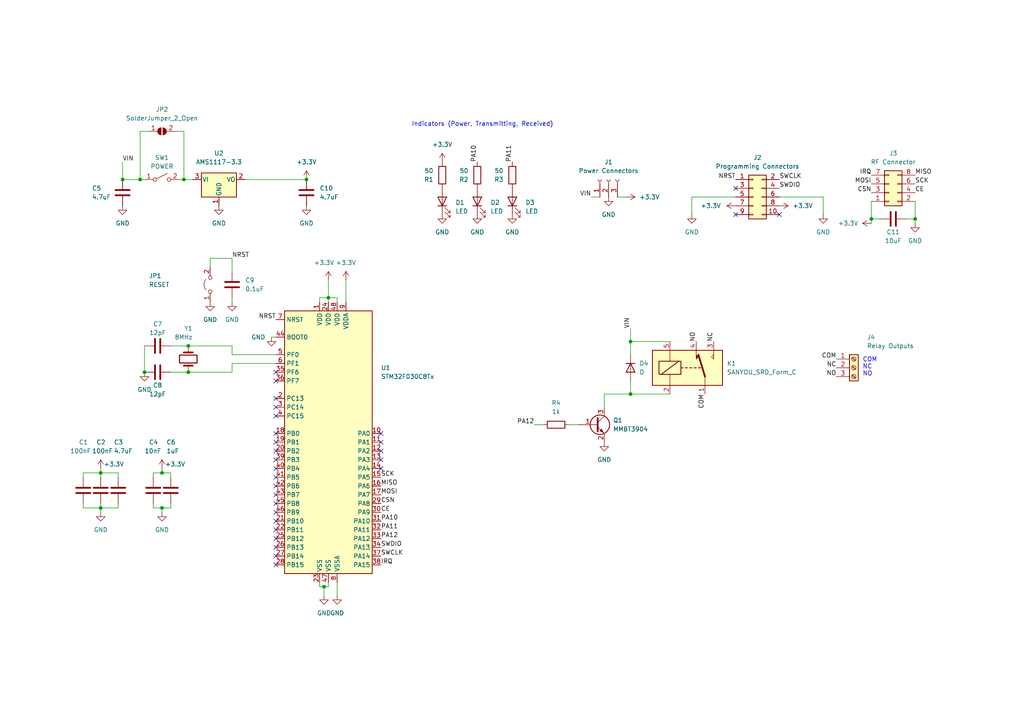
<source format=kicad_sch>
(kicad_sch (version 20211123) (generator eeschema)
  (paper "A4")
  (lib_symbols
    (symbol "Connector:Conn_01x03_Female" (pin_names (offset 1.016) hide)
      (property "Reference" "J" (at 0 5.08 0))
      (property "Value" "Conn_01x03_Female" (at 0 -5.08 0))
      (symbol "Conn_01x03_Female_1_1"
        (arc (start 0 -2.032) (mid -0.508 -2.54) (end 0 -3.048) (stroke (width 0.1524)))
        (polyline (pts (xy -1.27 -2.54) (xy -0.508 -2.54)) (stroke (width 0.1524)))
        (polyline (pts (xy -1.27 0) (xy -0.508 0)) (stroke (width 0.1524)))
        (polyline (pts (xy -1.27 2.54) (xy -0.508 2.54)) (stroke (width 0.1524)))
        (arc (start 0 0.508) (mid -0.508 0) (end 0 -0.508) (stroke (width 0.1524)))
        (arc (start 0 3.048) (mid -0.508 2.54) (end 0 2.032) (stroke (width 0.1524)))
        (pin passive line (at -5.08 2.54 0) (length 3.81) (name "Pin_1") (number "1"))
        (pin passive line (at -5.08 0 0) (length 3.81) (name "Pin_2") (number "2"))
        (pin passive line (at -5.08 -2.54 0) (length 3.81) (name "Pin_3") (number "3"))
      )
    )
    (symbol "Connector:Screw_Terminal_01x03" (pin_names (offset 1.016) hide)
      (property "Reference" "J" (at 0 5.08 0))
      (property "Value" "Screw_Terminal_01x03" (at 0 -5.08 0))
      (symbol "Screw_Terminal_01x03_1_1"
        (rectangle (start -1.27 3.81) (end 1.27 -3.81) (stroke (width 0.254)) (fill (type background)))
        (circle (center 0 -2.54) (radius 0.635) (stroke (width 0.1524)))
        (polyline (pts (xy -0.5334 -2.2098) (xy 0.3302 -3.048)) (stroke (width 0.1524)))
        (polyline (pts (xy -0.5334 0.3302) (xy 0.3302 -0.508)) (stroke (width 0.1524)))
        (polyline (pts (xy -0.5334 2.8702) (xy 0.3302 2.032)) (stroke (width 0.1524)))
        (polyline (pts (xy -0.3556 -2.032) (xy 0.508 -2.8702)) (stroke (width 0.1524)))
        (polyline (pts (xy -0.3556 0.508) (xy 0.508 -0.3302)) (stroke (width 0.1524)))
        (polyline (pts (xy -0.3556 3.048) (xy 0.508 2.2098)) (stroke (width 0.1524)))
        (circle (center 0 0) (radius 0.635) (stroke (width 0.1524)))
        (circle (center 0 2.54) (radius 0.635) (stroke (width 0.1524)))
        (pin passive line (at -5.08 2.54 0) (length 3.81) (name "Pin_1") (number "1"))
        (pin passive line (at -5.08 0 0) (length 3.81) (name "Pin_2") (number "2"))
        (pin passive line (at -5.08 -2.54 0) (length 3.81) (name "Pin_3") (number "3"))
      )
    )
    (symbol "Connector_Generic:Conn_02x04_Odd_Even" (pin_names (offset 1.016) hide)
      (property "Reference" "J" (at 1.27 5.08 0))
      (property "Value" "Conn_02x04_Odd_Even" (at 1.27 -7.62 0))
      (symbol "Conn_02x04_Odd_Even_1_1"
        (rectangle (start -1.27 -4.953) (end 0 -5.207) (stroke (width 0.1524)))
        (rectangle (start -1.27 -2.413) (end 0 -2.667) (stroke (width 0.1524)))
        (rectangle (start -1.27 0.127) (end 0 -0.127) (stroke (width 0.1524)))
        (rectangle (start -1.27 2.667) (end 0 2.413) (stroke (width 0.1524)))
        (rectangle (start -1.27 3.81) (end 3.81 -6.35) (stroke (width 0.254)) (fill (type background)))
        (rectangle (start 3.81 -4.953) (end 2.54 -5.207) (stroke (width 0.1524)))
        (rectangle (start 3.81 -2.413) (end 2.54 -2.667) (stroke (width 0.1524)))
        (rectangle (start 3.81 0.127) (end 2.54 -0.127) (stroke (width 0.1524)))
        (rectangle (start 3.81 2.667) (end 2.54 2.413) (stroke (width 0.1524)))
        (pin passive line (at -5.08 2.54 0) (length 3.81) (name "Pin_1") (number "1"))
        (pin passive line (at 7.62 2.54 180) (length 3.81) (name "Pin_2") (number "2"))
        (pin passive line (at -5.08 0 0) (length 3.81) (name "Pin_3") (number "3"))
        (pin passive line (at 7.62 0 180) (length 3.81) (name "Pin_4") (number "4"))
        (pin passive line (at -5.08 -2.54 0) (length 3.81) (name "Pin_5") (number "5"))
        (pin passive line (at 7.62 -2.54 180) (length 3.81) (name "Pin_6") (number "6"))
        (pin passive line (at -5.08 -5.08 0) (length 3.81) (name "Pin_7") (number "7"))
        (pin passive line (at 7.62 -5.08 180) (length 3.81) (name "Pin_8") (number "8"))
      )
    )
    (symbol "Connector_Generic:Conn_02x05_Odd_Even" (pin_names (offset 1.016) hide)
      (property "Reference" "J" (at 1.27 7.62 0))
      (property "Value" "Conn_02x05_Odd_Even" (at 1.27 -7.62 0))
      (symbol "Conn_02x05_Odd_Even_1_1"
        (rectangle (start -1.27 -4.953) (end 0 -5.207) (stroke (width 0.1524)))
        (rectangle (start -1.27 -2.413) (end 0 -2.667) (stroke (width 0.1524)))
        (rectangle (start -1.27 0.127) (end 0 -0.127) (stroke (width 0.1524)))
        (rectangle (start -1.27 2.667) (end 0 2.413) (stroke (width 0.1524)))
        (rectangle (start -1.27 5.207) (end 0 4.953) (stroke (width 0.1524)))
        (rectangle (start -1.27 6.35) (end 3.81 -6.35) (stroke (width 0.254)) (fill (type background)))
        (rectangle (start 3.81 -4.953) (end 2.54 -5.207) (stroke (width 0.1524)))
        (rectangle (start 3.81 -2.413) (end 2.54 -2.667) (stroke (width 0.1524)))
        (rectangle (start 3.81 0.127) (end 2.54 -0.127) (stroke (width 0.1524)))
        (rectangle (start 3.81 2.667) (end 2.54 2.413) (stroke (width 0.1524)))
        (rectangle (start 3.81 5.207) (end 2.54 4.953) (stroke (width 0.1524)))
        (pin passive line (at -5.08 5.08 0) (length 3.81) (name "Pin_1") (number "1"))
        (pin passive line (at 7.62 -5.08 180) (length 3.81) (name "Pin_10") (number "10"))
        (pin passive line (at 7.62 5.08 180) (length 3.81) (name "Pin_2") (number "2"))
        (pin passive line (at -5.08 2.54 0) (length 3.81) (name "Pin_3") (number "3"))
        (pin passive line (at 7.62 2.54 180) (length 3.81) (name "Pin_4") (number "4"))
        (pin passive line (at -5.08 0 0) (length 3.81) (name "Pin_5") (number "5"))
        (pin passive line (at 7.62 0 180) (length 3.81) (name "Pin_6") (number "6"))
        (pin passive line (at -5.08 -2.54 0) (length 3.81) (name "Pin_7") (number "7"))
        (pin passive line (at 7.62 -2.54 180) (length 3.81) (name "Pin_8") (number "8"))
        (pin passive line (at -5.08 -5.08 0) (length 3.81) (name "Pin_9") (number "9"))
      )
    )
    (symbol "Device:C" (pin_numbers hide) (pin_names (offset 0.254))
      (property "Reference" "C" (at 0.635 2.54 0))
      (property "Value" "C" (at 0.635 -2.54 0))
      (symbol "C_0_1"
        (polyline (pts (xy -2.032 -0.762) (xy 2.032 -0.762)) (stroke (width 0.508)))
        (polyline (pts (xy -2.032 0.762) (xy 2.032 0.762)) (stroke (width 0.508)))
      )
      (symbol "C_1_1"
        (pin passive line (at 0 3.81 270) (length 2.794) (name "~") (number "1"))
        (pin passive line (at 0 -3.81 90) (length 2.794) (name "~") (number "2"))
      )
    )
    (symbol "Device:Crystal" (pin_numbers hide) (pin_names (offset 1.016) hide)
      (property "Reference" "Y" (at 0 3.81 0))
      (property "Value" "Crystal" (at 0 -3.81 0))
      (symbol "Crystal_0_1"
        (rectangle (start -1.143 2.54) (end 1.143 -2.54) (stroke (width 0.3048)))
        (polyline (pts (xy -2.54 0) (xy -1.905 0)))
        (polyline (pts (xy -1.905 -1.27) (xy -1.905 1.27)) (stroke (width 0.508)))
        (polyline (pts (xy 1.905 -1.27) (xy 1.905 1.27)) (stroke (width 0.508)))
        (polyline (pts (xy 2.54 0) (xy 1.905 0)))
      )
      (symbol "Crystal_1_1"
        (pin passive line (at -3.81 0 0) (length 1.27) (name "1") (number "1"))
        (pin passive line (at 3.81 0 180) (length 1.27) (name "2") (number "2"))
      )
    )
    (symbol "Device:D" (pin_numbers hide) (pin_names (offset 1.016) hide)
      (property "Reference" "D" (at 0 2.54 0))
      (property "Value" "D" (at 0 -2.54 0))
      (symbol "D_0_1"
        (polyline (pts (xy -1.27 1.27) (xy -1.27 -1.27)) (stroke (width 0.254)))
        (polyline (pts (xy 1.27 0) (xy -1.27 0)))
        (polyline (pts (xy 1.27 1.27) (xy 1.27 -1.27) (xy -1.27 0) (xy 1.27 1.27)) (stroke (width 0.254)))
      )
      (symbol "D_1_1"
        (pin passive line (at -3.81 0 0) (length 2.54) (name "K") (number "1"))
        (pin passive line (at 3.81 0 180) (length 2.54) (name "A") (number "2"))
      )
    )
    (symbol "Device:LED" (pin_numbers hide) (pin_names (offset 1.016) hide)
      (property "Reference" "D" (at 0 2.54 0))
      (property "Value" "LED" (at 0 -2.54 0))
      (symbol "LED_0_1"
        (polyline (pts (xy -1.27 -1.27) (xy -1.27 1.27)) (stroke (width 0.254)))
        (polyline (pts (xy -1.27 0) (xy 1.27 0)))
        (polyline (pts (xy 1.27 -1.27) (xy 1.27 1.27) (xy -1.27 0) (xy 1.27 -1.27)) (stroke (width 0.254)))
        (polyline (pts (xy -3.048 -0.762) (xy -4.572 -2.286) (xy -3.81 -2.286) (xy -4.572 -2.286) (xy -4.572 -1.524)))
        (polyline (pts (xy -1.778 -0.762) (xy -3.302 -2.286) (xy -2.54 -2.286) (xy -3.302 -2.286) (xy -3.302 -1.524)))
      )
      (symbol "LED_1_1"
        (pin passive line (at -3.81 0 0) (length 2.54) (name "K") (number "1"))
        (pin passive line (at 3.81 0 180) (length 2.54) (name "A") (number "2"))
      )
    )
    (symbol "Device:R" (pin_numbers hide) (pin_names (offset 0))
      (property "Reference" "R" (at 2.032 0 90))
      (property "Value" "R" (at 0 0 90))
      (symbol "R_0_1"
        (rectangle (start -1.016 -2.54) (end 1.016 2.54) (stroke (width 0.254)))
      )
      (symbol "R_1_1"
        (pin passive line (at 0 3.81 270) (length 1.27) (name "~") (number "1"))
        (pin passive line (at 0 -3.81 90) (length 1.27) (name "~") (number "2"))
      )
    )
    (symbol "Jumper:Jumper_2_Open" (pin_names (offset 0) hide)
      (property "Reference" "JP" (at 0 2.794 0))
      (property "Value" "Jumper_2_Open" (at 0 -2.286 0))
      (symbol "Jumper_2_Open_0_0"
        (circle (center -2.032 0) (radius 0.508))
        (circle (center 2.032 0) (radius 0.508))
      )
      (symbol "Jumper_2_Open_0_1"
        (arc (start 1.524 1.27) (mid 0 1.778) (end -1.524 1.27))
      )
      (symbol "Jumper_2_Open_1_1"
        (pin passive line (at -5.08 0 0) (length 2.54) (name "A") (number "1"))
        (pin passive line (at 5.08 0 180) (length 2.54) (name "B") (number "2"))
      )
    )
    (symbol "Jumper:SolderJumper_2_Open" (pin_names (offset 0) hide)
      (property "Reference" "JP" (at 0 2.032 0))
      (property "Value" "SolderJumper_2_Open" (at 0 -2.54 0))
      (symbol "SolderJumper_2_Open_0_1"
        (arc (start -0.254 1.016) (mid -1.27 0) (end -0.254 -1.016))
        (arc (start -0.254 1.016) (mid -1.27 0) (end -0.254 -1.016) (fill (type outline)))
        (polyline (pts (xy -0.254 1.016) (xy -0.254 -1.016)))
        (polyline (pts (xy 0.254 1.016) (xy 0.254 -1.016)))
        (arc (start 0.254 -1.016) (mid 1.27 0) (end 0.254 1.016))
        (arc (start 0.254 -1.016) (mid 1.27 0) (end 0.254 1.016) (fill (type outline)))
      )
      (symbol "SolderJumper_2_Open_1_1"
        (pin passive line (at -3.81 0 0) (length 2.54) (name "A") (number "1"))
        (pin passive line (at 3.81 0 180) (length 2.54) (name "B") (number "2"))
      )
    )
    (symbol "MCU_ST_STM32F0:STM32F030C8Tx"
      (property "Reference" "U" (at -12.7 39.37 0))
      (property "Value" "STM32F030C8Tx" (at 7.62 39.37 0))
      (symbol "STM32F030C8Tx_0_1"
        (rectangle (start -12.7 -38.1) (end 12.7 38.1) (stroke (width 0.254)) (fill (type background)))
      )
      (symbol "STM32F030C8Tx_1_1"
        (pin power_in line (at -2.54 40.64 270) (length 2.54) (name "VDD") (number "1"))
        (pin bidirectional line (at 15.24 2.54 180) (length 2.54) (name "PA0") (number "10"))
        (pin bidirectional line (at 15.24 0 180) (length 2.54) (name "PA1") (number "11"))
        (pin bidirectional line (at 15.24 -2.54 180) (length 2.54) (name "PA2") (number "12"))
        (pin bidirectional line (at 15.24 -5.08 180) (length 2.54) (name "PA3") (number "13"))
        (pin bidirectional line (at 15.24 -7.62 180) (length 2.54) (name "PA4") (number "14"))
        (pin bidirectional line (at 15.24 -10.16 180) (length 2.54) (name "PA5") (number "15"))
        (pin bidirectional line (at 15.24 -12.7 180) (length 2.54) (name "PA6") (number "16"))
        (pin bidirectional line (at 15.24 -15.24 180) (length 2.54) (name "PA7") (number "17"))
        (pin bidirectional line (at -15.24 2.54 0) (length 2.54) (name "PB0") (number "18"))
        (pin bidirectional line (at -15.24 0 0) (length 2.54) (name "PB1") (number "19"))
        (pin bidirectional line (at -15.24 12.7 0) (length 2.54) (name "PC13") (number "2"))
        (pin bidirectional line (at -15.24 -2.54 0) (length 2.54) (name "PB2") (number "20"))
        (pin bidirectional line (at -15.24 -22.86 0) (length 2.54) (name "PB10") (number "21"))
        (pin bidirectional line (at -15.24 -25.4 0) (length 2.54) (name "PB11") (number "22"))
        (pin power_in line (at -2.54 -40.64 90) (length 2.54) (name "VSS") (number "23"))
        (pin power_in line (at 0 40.64 270) (length 2.54) (name "VDD") (number "24"))
        (pin bidirectional line (at -15.24 -27.94 0) (length 2.54) (name "PB12") (number "25"))
        (pin bidirectional line (at -15.24 -30.48 0) (length 2.54) (name "PB13") (number "26"))
        (pin bidirectional line (at -15.24 -33.02 0) (length 2.54) (name "PB14") (number "27"))
        (pin bidirectional line (at -15.24 -35.56 0) (length 2.54) (name "PB15") (number "28"))
        (pin bidirectional line (at 15.24 -17.78 180) (length 2.54) (name "PA8") (number "29"))
        (pin bidirectional line (at -15.24 10.16 0) (length 2.54) (name "PC14") (number "3"))
        (pin bidirectional line (at 15.24 -20.32 180) (length 2.54) (name "PA9") (number "30"))
        (pin bidirectional line (at 15.24 -22.86 180) (length 2.54) (name "PA10") (number "31"))
        (pin bidirectional line (at 15.24 -25.4 180) (length 2.54) (name "PA11") (number "32"))
        (pin bidirectional line (at 15.24 -27.94 180) (length 2.54) (name "PA12") (number "33"))
        (pin bidirectional line (at 15.24 -30.48 180) (length 2.54) (name "PA13") (number "34"))
        (pin bidirectional line (at -15.24 20.32 0) (length 2.54) (name "PF6") (number "35"))
        (pin bidirectional line (at -15.24 17.78 0) (length 2.54) (name "PF7") (number "36"))
        (pin bidirectional line (at 15.24 -33.02 180) (length 2.54) (name "PA14") (number "37"))
        (pin bidirectional line (at 15.24 -35.56 180) (length 2.54) (name "PA15") (number "38"))
        (pin bidirectional line (at -15.24 -5.08 0) (length 2.54) (name "PB3") (number "39"))
        (pin bidirectional line (at -15.24 7.62 0) (length 2.54) (name "PC15") (number "4"))
        (pin bidirectional line (at -15.24 -7.62 0) (length 2.54) (name "PB4") (number "40"))
        (pin bidirectional line (at -15.24 -10.16 0) (length 2.54) (name "PB5") (number "41"))
        (pin bidirectional line (at -15.24 -12.7 0) (length 2.54) (name "PB6") (number "42"))
        (pin bidirectional line (at -15.24 -15.24 0) (length 2.54) (name "PB7") (number "43"))
        (pin input line (at -15.24 30.48 0) (length 2.54) (name "BOOT0") (number "44"))
        (pin bidirectional line (at -15.24 -17.78 0) (length 2.54) (name "PB8") (number "45"))
        (pin bidirectional line (at -15.24 -20.32 0) (length 2.54) (name "PB9") (number "46"))
        (pin power_in line (at 0 -40.64 90) (length 2.54) (name "VSS") (number "47"))
        (pin power_in line (at 2.54 40.64 270) (length 2.54) (name "VDD") (number "48"))
        (pin input line (at -15.24 25.4 0) (length 2.54) (name "PF0") (number "5"))
        (pin input line (at -15.24 22.86 0) (length 2.54) (name "PF1") (number "6"))
        (pin input line (at -15.24 35.56 0) (length 2.54) (name "NRST") (number "7"))
        (pin power_in line (at 2.54 -40.64 90) (length 2.54) (name "VSSA") (number "8"))
        (pin power_in line (at 5.08 40.64 270) (length 2.54) (name "VDDA") (number "9"))
      )
    )
    (symbol "Regulator_Linear:AMS1117-3.3" (pin_names (offset 0.254))
      (property "Reference" "U" (at -3.81 3.175 0))
      (property "Value" "AMS1117-3.3" (at 0 3.175 0))
      (symbol "AMS1117-3.3_0_1"
        (rectangle (start -5.08 -5.08) (end 5.08 1.905) (stroke (width 0.254)) (fill (type background)))
      )
      (symbol "AMS1117-3.3_1_1"
        (pin power_in line (at 0 -7.62 90) (length 2.54) (name "GND") (number "1"))
        (pin power_out line (at 7.62 0 180) (length 2.54) (name "VO") (number "2"))
        (pin power_in line (at -7.62 0 0) (length 2.54) (name "VI") (number "3"))
      )
    )
    (symbol "Relay:SANYOU_SRD_Form_C"
      (property "Reference" "K" (at 11.43 3.81 0))
      (property "Value" "SANYOU_SRD_Form_C" (at 11.43 1.27 0))
      (symbol "SANYOU_SRD_Form_C_0_0"
        (polyline (pts (xy 7.62 5.08) (xy 7.62 2.54) (xy 6.985 3.175) (xy 7.62 3.81)))
      )
      (symbol "SANYOU_SRD_Form_C_0_1"
        (rectangle (start -10.16 5.08) (end 10.16 -5.08) (stroke (width 0.254)) (fill (type background)))
        (rectangle (start -8.255 1.905) (end -1.905 -1.905) (stroke (width 0.254)))
        (polyline (pts (xy -7.62 -1.905) (xy -2.54 1.905)) (stroke (width 0.254)))
        (polyline (pts (xy -5.08 -5.08) (xy -5.08 -1.905)))
        (polyline (pts (xy -5.08 5.08) (xy -5.08 1.905)))
        (polyline (pts (xy -1.905 0) (xy -1.27 0)) (stroke (width 0.254)))
        (polyline (pts (xy -0.635 0) (xy 0 0)) (stroke (width 0.254)))
        (polyline (pts (xy 0.635 0) (xy 1.27 0)) (stroke (width 0.254)))
        (polyline (pts (xy 1.905 0) (xy 2.54 0)) (stroke (width 0.254)))
        (polyline (pts (xy 3.175 0) (xy 3.81 0)) (stroke (width 0.254)))
        (polyline (pts (xy 5.08 -2.54) (xy 3.175 3.81)) (stroke (width 0.508)))
        (polyline (pts (xy 5.08 -2.54) (xy 5.08 -5.08)))
      )
      (symbol "SANYOU_SRD_Form_C_1_1"
        (polyline (pts (xy 2.54 3.81) (xy 3.175 3.175) (xy 2.54 2.54) (xy 2.54 5.08)) (fill (type outline)))
        (pin passive line (at 5.08 -7.62 90) (length 2.54) (name "~") (number "1"))
        (pin passive line (at -5.08 -7.62 90) (length 2.54) (name "~") (number "2"))
        (pin passive line (at 7.62 7.62 270) (length 2.54) (name "~") (number "3"))
        (pin passive line (at 2.54 7.62 270) (length 2.54) (name "~") (number "4"))
        (pin passive line (at -5.08 7.62 270) (length 2.54) (name "~") (number "5"))
      )
    )
    (symbol "Switch:SW_SPST" (pin_names (offset 0) hide)
      (property "Reference" "SW" (at 0 3.175 0))
      (property "Value" "SW_SPST" (at 0 -2.54 0))
      (symbol "SW_SPST_0_0"
        (circle (center -2.032 0) (radius 0.508))
        (polyline (pts (xy -1.524 0.254) (xy 1.524 1.778)))
        (circle (center 2.032 0) (radius 0.508))
      )
      (symbol "SW_SPST_1_1"
        (pin passive line (at -5.08 0 0) (length 2.54) (name "A") (number "1"))
        (pin passive line (at 5.08 0 180) (length 2.54) (name "B") (number "2"))
      )
    )
    (symbol "Transistor_BJT:MMBT3904" (pin_names (offset 0) hide)
      (property "Reference" "Q" (at 5.08 1.905 0))
      (property "Value" "MMBT3904" (at 5.08 0 0))
      (symbol "MMBT3904_0_1"
        (polyline (pts (xy 0.635 0.635) (xy 2.54 2.54)))
        (polyline (pts (xy 0.635 -0.635) (xy 2.54 -2.54) (xy 2.54 -2.54)))
        (polyline (pts (xy 0.635 1.905) (xy 0.635 -1.905) (xy 0.635 -1.905)) (stroke (width 0.508)))
        (polyline (pts (xy 1.27 -1.778) (xy 1.778 -1.27) (xy 2.286 -2.286) (xy 1.27 -1.778) (xy 1.27 -1.778)) (fill (type outline)))
        (circle (center 1.27 0) (radius 2.8194) (stroke (width 0.254)))
      )
      (symbol "MMBT3904_1_1"
        (pin input line (at -5.08 0 0) (length 5.715) (name "B") (number "1"))
        (pin passive line (at 2.54 -5.08 90) (length 2.54) (name "E") (number "2"))
        (pin passive line (at 2.54 5.08 270) (length 2.54) (name "C") (number "3"))
      )
    )
    (symbol "power:+3.3V" (power) (pin_names (offset 0))
      (property "Value" "+3.3V" (at 0 3.556 0))
      (symbol "+3.3V_0_1"
        (polyline (pts (xy -0.762 1.27) (xy 0 2.54)))
        (polyline (pts (xy 0 0) (xy 0 2.54)))
        (polyline (pts (xy 0 2.54) (xy 0.762 1.27)))
      )
      (symbol "+3.3V_1_1"
        (pin power_in line (at 0 0 90) (length 0) hide (name "+3.3V") (number "1"))
      )
    )
    (symbol "power:GND" (power) (pin_names (offset 0))
      (property "Value" "GND" (at 0 -3.81 0))
      (symbol "GND_0_1"
        (polyline (pts (xy 0 0) (xy 0 -1.27) (xy 1.27 -1.27) (xy 0 -2.54) (xy -1.27 -1.27) (xy 0 -1.27)))
      )
      (symbol "GND_1_1"
        (pin power_in line (at 0 0 270) (length 0) hide (name "GND") (number "1"))
      )
    )
  )
  (junction (at 40.64 52.07))
  (junction (at 265.43 63.5))
  (junction (at 252.73 63.5))
  (junction (at 53.34 52.07))
  (junction (at 54.61 107.95))
  (junction (at 182.88 114.3))
  (junction (at 54.61 100.33))
  (junction (at 29.21 147.32))
  (junction (at 88.9 52.07))
  (junction (at 46.99 147.32))
  (junction (at 41.91 107.95))
  (junction (at 46.99 137.16))
  (junction (at 29.21 137.16))
  (junction (at 182.88 99.06))
  (junction (at 35.56 52.07))
  (junction (at 95.25 86.36))
  (junction (at 93.98 170.18))
  (no_connect (at 80.01 115.57))
  (no_connect (at 80.01 110.49))
  (no_connect (at 80.01 107.95))
  (no_connect (at 110.49 130.81))
  (no_connect (at 110.49 133.35))
  (no_connect (at 110.49 135.89))
  (no_connect (at 80.01 143.51))
  (no_connect (at 80.01 146.05))
  (no_connect (at 80.01 148.59))
  (no_connect (at 80.01 140.97))
  (no_connect (at 80.01 138.43))
  (no_connect (at 80.01 151.13))
  (no_connect (at 80.01 153.67))
  (no_connect (at 80.01 156.21))
  (no_connect (at 80.01 158.75))
  (no_connect (at 80.01 161.29))
  (no_connect (at 80.01 163.83))
  (no_connect (at 80.01 118.11))
  (no_connect (at 80.01 120.65))
  (no_connect (at 110.49 128.27))
  (no_connect (at 110.49 125.73))
  (no_connect (at 80.01 135.89))
  (no_connect (at 80.01 133.35))
  (no_connect (at 80.01 130.81))
  (no_connect (at 80.01 128.27))
  (no_connect (at 80.01 125.73))
  (no_connect (at 226.06 62.23))
  (no_connect (at 213.36 62.23))
  (no_connect (at 213.36 54.61))
  (wire (pts (xy 29.21 147.32) (xy 29.21 148.59)))
  (wire (pts (xy 97.79 86.36) (xy 97.79 87.63)))
  (wire (pts (xy 182.88 95.25) (xy 182.88 99.06)))
  (wire (pts (xy 80.01 97.79) (xy 78.74 97.79)))
  (wire (pts (xy 252.73 64.77) (xy 252.73 63.5)))
  (wire (pts (xy 44.45 146.05) (xy 44.45 147.32)))
  (wire (pts (xy 29.21 137.16) (xy 34.29 137.16)))
  (wire (pts (xy 95.25 170.18) (xy 95.25 168.91)))
  (wire (pts (xy 44.45 137.16) (xy 46.99 137.16)))
  (wire (pts (xy 171.45 57.15) (xy 173.99 57.15)))
  (wire (pts (xy 182.88 110.49) (xy 182.88 114.3)))
  (wire (pts (xy 93.98 170.18) (xy 95.25 170.18)))
  (wire (pts (xy 49.53 147.32) (xy 49.53 146.05)))
  (wire (pts (xy 175.26 114.3) (xy 175.26 118.11)))
  (wire (pts (xy 92.71 87.63) (xy 92.71 86.36)))
  (wire (pts (xy 24.13 147.32) (xy 29.21 147.32)))
  (wire (pts (xy 165.1 123.19) (xy 167.64 123.19)))
  (wire (pts (xy 181.61 57.15) (xy 179.07 57.15)))
  (wire (pts (xy 265.43 64.77) (xy 265.43 63.5)))
  (wire (pts (xy 265.43 63.5) (xy 265.43 58.42)))
  (wire (pts (xy 35.56 46.99) (xy 35.56 52.07)))
  (wire (pts (xy 262.89 63.5) (xy 265.43 63.5)))
  (wire (pts (xy 34.29 147.32) (xy 34.29 146.05)))
  (wire (pts (xy 194.31 114.3) (xy 182.88 114.3)))
  (wire (pts (xy 46.99 147.32) (xy 46.99 148.59)))
  (wire (pts (xy 67.31 105.41) (xy 67.31 107.95)))
  (wire (pts (xy 29.21 147.32) (xy 34.29 147.32)))
  (wire (pts (xy 200.66 57.15) (xy 200.66 62.23)))
  (wire (pts (xy 67.31 102.87) (xy 67.31 100.33)))
  (wire (pts (xy 34.29 137.16) (xy 34.29 138.43)))
  (wire (pts (xy 60.96 74.93) (xy 60.96 77.47)))
  (wire (pts (xy 44.45 147.32) (xy 46.99 147.32)))
  (wire (pts (xy 49.53 137.16) (xy 49.53 138.43)))
  (wire (pts (xy 54.61 107.95) (xy 49.53 107.95)))
  (wire (pts (xy 97.79 168.91) (xy 97.79 172.72)))
  (wire (pts (xy 53.34 38.1) (xy 53.34 52.07)))
  (wire (pts (xy 92.71 86.36) (xy 95.25 86.36)))
  (wire (pts (xy 40.64 38.1) (xy 43.18 38.1)))
  (wire (pts (xy 40.64 52.07) (xy 41.91 52.07)))
  (wire (pts (xy 29.21 146.05) (xy 29.21 147.32)))
  (wire (pts (xy 252.73 63.5) (xy 252.73 58.42)))
  (wire (pts (xy 35.56 52.07) (xy 40.64 52.07)))
  (wire (pts (xy 52.07 52.07) (xy 53.34 52.07)))
  (wire (pts (xy 54.61 100.33) (xy 67.31 100.33)))
  (wire (pts (xy 50.8 38.1) (xy 53.34 38.1)))
  (wire (pts (xy 71.12 52.07) (xy 88.9 52.07)))
  (wire (pts (xy 67.31 86.36) (xy 67.31 87.63)))
  (wire (pts (xy 40.64 52.07) (xy 40.64 38.1)))
  (wire (pts (xy 238.76 57.15) (xy 238.76 62.23)))
  (wire (pts (xy 252.73 63.5) (xy 255.27 63.5)))
  (wire (pts (xy 95.25 86.36) (xy 97.79 86.36)))
  (wire (pts (xy 44.45 138.43) (xy 44.45 137.16)))
  (wire (pts (xy 24.13 137.16) (xy 29.21 137.16)))
  (wire (pts (xy 182.88 99.06) (xy 194.31 99.06)))
  (wire (pts (xy 213.36 57.15) (xy 200.66 57.15)))
  (wire (pts (xy 60.96 74.93) (xy 67.31 74.93)))
  (wire (pts (xy 29.21 135.89) (xy 29.21 137.16)))
  (wire (pts (xy 182.88 114.3) (xy 175.26 114.3)))
  (wire (pts (xy 154.94 123.19) (xy 157.48 123.19)))
  (wire (pts (xy 53.34 52.07) (xy 55.88 52.07)))
  (wire (pts (xy 46.99 147.32) (xy 49.53 147.32)))
  (wire (pts (xy 46.99 137.16) (xy 49.53 137.16)))
  (wire (pts (xy 93.98 170.18) (xy 93.98 172.72)))
  (wire (pts (xy 67.31 74.93) (xy 67.31 78.74)))
  (wire (pts (xy 54.61 100.33) (xy 49.53 100.33)))
  (wire (pts (xy 41.91 100.33) (xy 41.91 107.95)))
  (wire (pts (xy 29.21 137.16) (xy 29.21 138.43)))
  (wire (pts (xy 182.88 99.06) (xy 182.88 102.87)))
  (wire (pts (xy 24.13 138.43) (xy 24.13 137.16)))
  (wire (pts (xy 95.25 86.36) (xy 95.25 87.63)))
  (wire (pts (xy 100.33 87.63) (xy 100.33 81.28)))
  (wire (pts (xy 92.71 170.18) (xy 93.98 170.18)))
  (wire (pts (xy 24.13 146.05) (xy 24.13 147.32)))
  (wire (pts (xy 226.06 57.15) (xy 238.76 57.15)))
  (wire (pts (xy 92.71 168.91) (xy 92.71 170.18)))
  (wire (pts (xy 80.01 105.41) (xy 67.31 105.41)))
  (wire (pts (xy 95.25 86.36) (xy 95.25 81.28)))
  (wire (pts (xy 80.01 102.87) (xy 67.31 102.87)))
  (wire (pts (xy 46.99 135.89) (xy 46.99 137.16)))
  (wire (pts (xy 54.61 107.95) (xy 67.31 107.95)))
  (text "COM\nNC\nNO" (at 250.19 109.22 0) (effects (font (size 1.27 1.27)) (justify left bottom)))
  (text "Indicators (Power, Transmitting, Received)" (at 119.38 36.83 0) (effects (font (size 1.27 1.27)) (justify left bottom)))
  (label "IRQ" (at 110.49 163.83 0))
  (label "PA11" (at 148.59 46.99 90))
  (label "SWCLK" (at 110.49 161.29 0))
  (label "NC" (at 207.01 99.06 90))
  (label "COM" (at 204.47 114.3 270))
  (label "VIN" (at 182.88 95.25 90))
  (label "PA10" (at 138.43 46.99 90))
  (label "NRST" (at 67.31 74.93 0))
  (label "VIN" (at 35.56 46.99 0))
  (label "PA11" (at 110.49 153.67 0))
  (label "CE" (at 110.49 148.59 0))
  (label "MISO" (at 265.43 50.8 0))
  (label "PA12" (at 154.94 123.19 180))
  (label "SWDIO" (at 110.49 158.75 0))
  (label "IRQ" (at 252.73 50.8 180))
  (label "PA12" (at 110.49 156.21 0))
  (label "CSN" (at 110.49 146.05 0))
  (label "SWDIO" (at 226.06 54.61 0))
  (label "MOSI" (at 252.73 53.34 180))
  (label "NC" (at 242.57 106.68 180))
  (label "COM" (at 242.57 104.14 180))
  (label "NRST" (at 213.36 52.07 180))
  (label "PA10" (at 110.49 151.13 0))
  (label "VIN" (at 171.45 57.15 180))
  (label "NO" (at 201.93 99.06 90))
  (label "SCK" (at 110.49 138.43 0))
  (label "MOSI" (at 110.49 143.51 0))
  (label "MISO" (at 110.49 140.97 0))
  (label "CE" (at 265.43 55.88 0))
  (label "CSN" (at 252.73 55.88 180))
  (label "SCK" (at 265.43 53.34 0))
  (label "NO" (at 242.57 109.22 180))
  (label "SWCLK" (at 226.06 52.07 0))
  (label "NRST" (at 80.01 92.71 180))
  (symbol (lib_id "power:+3.3V") (at 226.06 59.69 270) (unit 1)
    (property "Reference" "#PWR0106" (effects hide))
    (property "Value" "+3.3V" (at 229.87 59.6899 90) (effects (justify left)))
  )
  (symbol (lib_id "Device:LED") (at 128.27 58.42 90) (unit 1)
    (property "Reference" "D1" (at 132.08 58.7374 90) (effects (justify right)))
    (property "Value" "LED" (at 132.08 61.2774 90) (effects (justify right)))
    (property "Footprint" "LED_SMD:LED_0805_2012Metric" (effects hide))
    (property "LCSC" "C84256" (effects hide))
  )
  (symbol (lib_id "power:GND") (at 63.5 59.69 0) (unit 1)
    (property "Reference" "#PWR0112" (effects hide))
    (property "Value" "GND" (at 63.5 64.77 0))
  )
  (symbol (lib_id "power:GND") (at 46.99 148.59 0) (unit 1)
    (property "Reference" "#PWR0125" (effects hide))
    (property "Value" "GND" (at 46.99 153.67 0))
  )
  (symbol (lib_id "power:+3.3V") (at 29.21 135.89 0) (unit 1)
    (property "Reference" "#PWR0127" (effects hide))
    (property "Value" "+3.3V" (at 33.02 134.62 0))
  )
  (symbol (lib_id "Connector_Generic:Conn_02x05_Odd_Even") (at 218.44 57.15 0) (unit 1)
    (property "Reference" "J2" (at 219.71 45.72 0))
    (property "Value" "Programming Connectors" (at 219.71 48.26 0))
    (property "Footprint" "Connector_PinSocket_2.54mm:PinSocket_2x05_P2.54mm_Vertical" (effects hide))
  )
  (symbol (lib_id "Device:C") (at 88.9 55.88 0) (unit 1)
    (property "Reference" "C10" (at 92.71 54.6099 0) (effects (justify left)))
    (property "Value" "4.7uF" (at 92.71 57.1499 0) (effects (justify left)))
    (property "Footprint" "Capacitor_SMD:C_0402_1005Metric" (effects hide))
    (property "LCSC" "C23733" (effects hide))
  )
  (symbol (lib_id "power:GND") (at 29.21 148.59 0) (unit 1)
    (property "Reference" "#PWR0126" (effects hide))
    (property "Value" "GND" (at 29.21 153.67 0))
  )
  (symbol (lib_id "Device:C") (at 35.56 55.88 0) (unit 1)
    (property "Reference" "C5" (at 26.67 54.61 0) (effects (justify left)))
    (property "Value" "4.7uF" (at 26.67 57.15 0) (effects (justify left)))
    (property "Footprint" "Capacitor_SMD:C_0402_1005Metric" (effects hide))
    (property "LCSC" "C23733" (effects hide))
  )
  (symbol (lib_id "power:GND") (at 128.27 62.23 0) (unit 1)
    (property "Reference" "#PWR0111" (effects hide))
    (property "Value" "GND" (at 128.27 67.31 0))
  )
  (symbol (lib_id "Device:LED") (at 148.59 58.42 90) (unit 1)
    (property "Reference" "D3" (at 152.4 58.7374 90) (effects (justify right)))
    (property "Value" "LED" (at 152.4 61.2774 90) (effects (justify right)))
    (property "Footprint" "LED_SMD:LED_0805_2012Metric" (effects hide))
    (property "LCSC" "C84256" (effects hide))
  )
  (symbol (lib_id "power:+3.3V") (at 181.61 57.15 270) (unit 1)
    (property "Reference" "#PWR0129" (effects hide))
    (property "Value" "+3.3V" (at 185.42 57.1499 90) (effects (justify left)))
  )
  (symbol (lib_id "power:GND") (at 41.91 107.95 0) (mirror y) (unit 1)
    (property "Reference" "#PWR0102" (effects hide))
    (property "Value" "GND" (at 41.91 113.03 0))
  )
  (symbol (lib_id "Device:LED") (at 138.43 58.42 90) (unit 1)
    (property "Reference" "D2" (at 142.24 58.7374 90) (effects (justify right)))
    (property "Value" "LED" (at 142.24 61.2774 90) (effects (justify right)))
    (property "Footprint" "LED_SMD:LED_0805_2012Metric" (effects hide))
    (property "LCSC" "C84256" (effects hide))
  )
  (symbol (lib_id "Connector_Generic:Conn_02x04_Odd_Even") (at 257.81 55.88 0) (mirror x) (unit 1)
    (property "Reference" "J3" (at 259.08 44.45 0))
    (property "Value" "RF Connector" (at 259.08 46.99 0))
    (property "Footprint" "Connector_PinSocket_2.54mm:PinSocket_2x04_P2.54mm_Vertical" (effects hide))
  )
  (symbol (lib_id "Device:D") (at 182.88 106.68 270) (unit 1)
    (property "Reference" "D4" (at 185.42 105.4099 90) (effects (justify left)))
    (property "Value" "D" (at 185.42 107.9499 90) (effects (justify left)))
    (property "Footprint" "Diode_SMD:D_SOD-323" (effects hide))
    (property "LCSC" "C191023" (effects hide))
  )
  (symbol (lib_id "Device:R") (at 148.59 50.8 180) (unit 1)
    (property "Reference" "R3" (at 146.05 52.07 0) (effects (justify left)))
    (property "Value" "50" (at 146.05 49.5301 0) (effects (justify left)))
    (property "Footprint" "Resistor_SMD:R_0402_1005Metric" (effects hide))
    (property "LCSC" "C25125" (effects hide))
  )
  (symbol (lib_id "Switch:SW_SPST") (at 46.99 52.07 0) (unit 1)
    (property "Reference" "SW1" (at 46.99 45.72 0))
    (property "Value" "POWER" (at 46.99 48.26 0))
    (property "Footprint" "Button_Switch_SMD:SW_Push_1P1T_NO_CK_KSC6xxJ" (effects hide))
    (property "LCSC" "C318884" (effects hide))
  )
  (symbol (lib_id "Device:R") (at 128.27 50.8 180) (unit 1)
    (property "Reference" "R1" (at 125.73 52.07 0) (effects (justify left)))
    (property "Value" "50" (at 125.73 49.5301 0) (effects (justify left)))
    (property "Footprint" "Resistor_SMD:R_0402_1005Metric" (effects hide))
    (property "LCSC" "C25125" (effects hide))
  )
  (symbol (lib_id "Jumper:Jumper_2_Open") (at 60.96 82.55 90) (unit 1)
    (property "Reference" "JP1" (at 43.18 80.01 90) (effects (justify right)))
    (property "Value" "RESET" (at 43.18 82.55 90) (effects (justify right)))
    (property "Footprint" "TestPoint:TestPoint_2Pads_Pitch2.54mm_Drill0.8mm" (effects hide))
  )
  (symbol (lib_id "power:+3.3V") (at 95.25 81.28 0) (unit 1)
    (property "Reference" "#PWR0116" (effects hide))
    (property "Value" "+3.3V" (at 93.98 76.2 0))
  )
  (symbol (lib_id "Device:C") (at 29.21 142.24 0) (unit 1)
    (property "Reference" "C2" (at 27.94 128.27 0) (effects (justify left)))
    (property "Value" "100nF" (at 26.67 130.81 0) (effects (justify left)))
    (property "Footprint" "Capacitor_SMD:C_0402_1005Metric" (effects hide))
    (property "LCSC" "C1525" (effects hide))
  )
  (symbol (lib_id "power:GND") (at 175.26 128.27 0) (unit 1)
    (property "Reference" "#PWR0124" (effects hide))
    (property "Value" "GND" (at 175.26 133.35 0))
  )
  (symbol (lib_id "power:GND") (at 93.98 172.72 0) (unit 1)
    (property "Reference" "#PWR0119" (effects hide))
    (property "Value" "GND" (at 93.98 177.8 0))
  )
  (symbol (lib_id "power:GND") (at 67.31 87.63 0) (unit 1)
    (property "Reference" "#PWR0101" (effects hide))
    (property "Value" "GND" (at 67.31 92.71 0))
  )
  (symbol (lib_id "power:GND") (at 88.9 59.69 0) (unit 1)
    (property "Reference" "#PWR0115" (effects hide))
    (property "Value" "GND" (at 88.9 64.77 0))
  )
  (symbol (lib_id "Device:C") (at 45.72 100.33 270) (mirror x) (unit 1)
    (property "Reference" "C7" (at 45.72 93.98 90))
    (property "Value" "12pF" (at 45.72 96.52 90))
    (property "Footprint" "Capacitor_SMD:C_0402_1005Metric" (effects hide))
    (property "LCSC" "C1547" (effects hide))
  )
  (symbol (lib_id "MCU_ST_STM32F0:STM32F030C8Tx") (at 95.25 128.27 0) (unit 1)
    (property "Reference" "U1" (at 110.49 106.68 0) (effects (justify left)))
    (property "Value" "STM32F030C8Tx" (at 110.49 109.22 0) (effects (justify left)))
    (property "Footprint" "Package_QFP:LQFP-48_7x7mm_P0.5mm" (effects hide))
    (property "Datasheet" "http://www.st.com/st-web-ui/static/active/en/resource/technical/document/datasheet/DM00088500.pdf" (effects hide))
    (property "LCSC" "C23922" (effects hide))
  )
  (symbol (lib_id "power:+3.3V") (at 213.36 59.69 90) (unit 1)
    (property "Reference" "#PWR0105" (effects hide))
    (property "Value" "+3.3V" (at 203.2 59.69 90) (effects (justify right)))
  )
  (symbol (lib_id "power:GND") (at 78.74 97.79 0) (unit 1)
    (property "Reference" "#PWR0118" (effects hide))
    (property "Value" "GND" (at 74.93 97.79 0))
  )
  (symbol (lib_id "power:GND") (at 138.43 62.23 0) (unit 1)
    (property "Reference" "#PWR0110" (effects hide))
    (property "Value" "GND" (at 138.43 67.31 0))
  )
  (symbol (lib_id "Device:C") (at 49.53 142.24 0) (unit 1)
    (property "Reference" "C6" (at 48.26 128.27 0) (effects (justify left)))
    (property "Value" "1uF" (at 48.26 130.81 0) (effects (justify left)))
    (property "Footprint" "Capacitor_SMD:C_0402_1005Metric" (effects hide))
    (property "LCSC" "C52923" (effects hide))
  )
  (symbol (lib_id "Connector:Conn_01x03_Female") (at 176.53 52.07 90) (unit 1)
    (property "Reference" "J1" (at 176.53 46.99 90))
    (property "Value" "Power Connectors" (at 176.53 49.53 90))
    (property "Footprint" "Connector_PinSocket_2.54mm:PinSocket_1x03_P2.54mm_Vertical" (effects hide))
  )
  (symbol (lib_id "power:GND") (at 265.43 64.77 0) (unit 1)
    (property "Reference" "#PWR0122" (effects hide))
    (property "Value" "GND" (at 265.43 69.85 0))
  )
  (symbol (lib_id "Device:Crystal") (at 54.61 104.14 270) (mirror x) (unit 1)
    (property "Reference" "Y1" (at 55.88 95.25 90) (effects (justify right)))
    (property "Value" "8MHz" (at 55.88 97.79 90) (effects (justify right)))
    (property "Footprint" "Crystal:Crystal_SMD_HC49-SD" (effects hide))
    (property "LCSC" "C12674" (effects hide))
  )
  (symbol (lib_id "Transistor_BJT:MMBT3904") (at 172.72 123.19 0) (unit 1)
    (property "Reference" "Q1" (at 177.8 121.9199 0) (effects (justify left)))
    (property "Value" "MMBT3904" (at 177.8 124.4599 0) (effects (justify left)))
    (property "Footprint" "Package_TO_SOT_SMD:SOT-23" (effects hide))
    (property "Datasheet" "https://www.onsemi.com/pub/Collateral/2N3903-D.PDF" (effects hide))
    (property "LCSC" "C20526" (effects hide))
  )
  (symbol (lib_id "power:+3.3V") (at 100.33 81.28 0) (unit 1)
    (property "Reference" "#PWR0117" (effects hide))
    (property "Value" "+3.3V" (at 100.33 76.2 0))
  )
  (symbol (lib_id "power:GND") (at 60.96 87.63 0) (unit 1)
    (property "Reference" "#PWR0109" (effects hide))
    (property "Value" "GND" (at 60.96 92.71 0))
  )
  (symbol (lib_id "power:GND") (at 238.76 62.23 0) (unit 1)
    (property "Reference" "#PWR0107" (effects hide))
    (property "Value" "GND" (at 238.76 67.31 0))
  )
  (symbol (lib_id "Regulator_Linear:AMS1117-3.3") (at 63.5 52.07 0) (unit 1)
    (property "Reference" "U2" (at 63.5 44.45 0))
    (property "Value" "AMS1117-3.3" (at 63.5 46.99 0))
    (property "Footprint" "Package_TO_SOT_SMD:SOT-223-3_TabPin2" (effects hide))
    (property "Datasheet" "http://www.advanced-monolithic.com/pdf/ds1117.pdf" (effects hide))
    (property "LCSC" "C6186" (effects hide))
  )
  (symbol (lib_id "Device:C") (at 24.13 142.24 0) (unit 1)
    (property "Reference" "C1" (at 22.86 128.27 0) (effects (justify left)))
    (property "Value" "100nF" (at 20.32 130.81 0) (effects (justify left)))
    (property "Footprint" "Capacitor_SMD:C_0402_1005Metric" (effects hide))
    (property "LCSC" "C1525" (effects hide))
  )
  (symbol (lib_id "power:GND") (at 148.59 62.23 0) (unit 1)
    (property "Reference" "#PWR0114" (effects hide))
    (property "Value" "GND" (at 148.59 67.31 0))
  )
  (symbol (lib_id "Device:C") (at 45.72 107.95 270) (mirror x) (unit 1)
    (property "Reference" "C8" (at 45.72 111.76 90))
    (property "Value" "12pF" (at 45.72 114.3 90))
    (property "Footprint" "Capacitor_SMD:C_0402_1005Metric" (effects hide))
    (property "LCSC" "C1547" (effects hide))
  )
  (symbol (lib_id "power:GND") (at 97.79 172.72 0) (unit 1)
    (property "Reference" "#PWR0120" (effects hide))
    (property "Value" "GND" (at 97.79 177.8 0))
  )
  (symbol (lib_id "Device:R") (at 161.29 123.19 270) (unit 1)
    (property "Reference" "R4" (at 161.29 116.84 90))
    (property "Value" "1k" (at 161.29 119.38 90))
    (property "Footprint" "Resistor_SMD:R_0402_1005Metric" (effects hide))
    (property "LCSC" "C11702" (effects hide))
  )
  (symbol (lib_id "Connector:Screw_Terminal_01x03") (at 247.65 106.68 0) (unit 1)
    (property "Reference" "J4" (at 251.46 97.79 0) (effects (justify left)))
    (property "Value" "Relay Outputs" (at 251.46 100.33 0) (effects (justify left)))
    (property "Footprint" "Connector_PinSocket_2.54mm:PinSocket_1x03_P2.54mm_Vertical" (effects hide))
  )
  (symbol (lib_id "power:GND") (at 200.66 62.23 0) (unit 1)
    (property "Reference" "#PWR0103" (effects hide))
    (property "Value" "GND" (at 200.66 67.31 0))
  )
  (symbol (lib_id "Device:C") (at 67.31 82.55 0) (unit 1)
    (property "Reference" "C9" (at 71.12 81.2799 0) (effects (justify left)))
    (property "Value" "0.1uF" (at 71.12 83.8199 0) (effects (justify left)))
    (property "Footprint" "Capacitor_SMD:C_0402_1005Metric" (effects hide))
    (property "LCSC" "C1525" (effects hide))
  )
  (symbol (lib_id "power:+3.3V") (at 88.9 52.07 0) (unit 1)
    (property "Reference" "#PWR0113" (effects hide))
    (property "Value" "+3.3V" (at 88.9 46.99 0))
  )
  (symbol (lib_id "power:+3.3V") (at 46.99 135.89 0) (unit 1)
    (property "Reference" "#PWR0128" (effects hide))
    (property "Value" "+3.3V" (at 50.8 134.62 0))
  )
  (symbol (lib_id "Device:C") (at 44.45 142.24 0) (unit 1)
    (property "Reference" "C4" (at 43.18 128.27 0) (effects (justify left)))
    (property "Value" "10nF" (at 41.91 130.81 0) (effects (justify left)))
    (property "Footprint" "Capacitor_SMD:C_0402_1005Metric" (effects hide))
    (property "LCSC" "C15195" (effects hide))
  )
  (symbol (lib_id "power:GND") (at 176.53 57.15 0) (unit 1)
    (property "Reference" "#PWR0104" (effects hide))
    (property "Value" "GND" (at 176.53 62.23 0))
  )
  (symbol (lib_id "power:+3.3V") (at 128.27 46.99 0) (unit 1)
    (property "Reference" "#PWR0121" (effects hide))
    (property "Value" "+3.3V" (at 128.27 41.91 0))
  )
  (symbol (lib_id "Device:C") (at 34.29 142.24 0) (unit 1)
    (property "Reference" "C3" (at 33.02 128.27 0) (effects (justify left)))
    (property "Value" "4.7uF" (at 33.02 130.81 0) (effects (justify left)))
    (property "Footprint" "Capacitor_SMD:C_0402_1005Metric" (effects hide))
    (property "LCSC" "C23733" (effects hide))
  )
  (symbol (lib_id "power:+3.3V") (at 252.73 64.77 90) (unit 1)
    (property "Reference" "#PWR0123" (effects hide))
    (property "Value" "+3.3V" (at 248.92 64.7699 90) (effects (justify left)))
  )
  (symbol (lib_id "power:GND") (at 35.56 59.69 0) (unit 1)
    (property "Reference" "#PWR0108" (effects hide))
    (property "Value" "GND" (at 35.56 64.77 0))
  )
  (symbol (lib_id "Jumper:SolderJumper_2_Open") (at 46.99 38.1 0) (unit 1)
    (property "Reference" "JP2" (at 46.99 31.75 0))
    (property "Value" "SolderJumper_2_Open" (at 46.99 34.29 0))
    (property "Footprint" "Jumper:SolderJumper-2_P1.3mm_Open_TrianglePad1.0x1.5mm" (effects hide))
  )
  (symbol (lib_id "Relay:SANYOU_SRD_Form_C") (at 199.39 106.68 0) (unit 1)
    (property "Reference" "K1" (at 210.82 105.4099 0) (effects (justify left)))
    (property "Value" "SANYOU_SRD_Form_C" (at 210.82 107.9499 0) (effects (justify left)))
    (property "Footprint" "Relay_THT:Relay_SPDT_SANYOU_SRD_Series_Form_C" (effects hide))
    (property "Datasheet" "http://www.sanyourelay.ca/public/products/pdf/SRD.pdf" (effects hide))
  )
  (symbol (lib_id "Device:R") (at 138.43 50.8 180) (unit 1)
    (property "Reference" "R2" (at 135.89 52.07 0) (effects (justify left)))
    (property "Value" "50" (at 135.89 49.5301 0) (effects (justify left)))
    (property "Footprint" "Resistor_SMD:R_0402_1005Metric" (effects hide))
    (property "LCSC" "C25125" (effects hide))
  )
  (symbol (lib_id "Device:C") (at 259.08 63.5 270) (unit 1)
    (property "Reference" "C11" (at 259.08 67.31 90))
    (property "Value" "10uF" (at 259.08 69.85 90))
    (property "Footprint" "Capacitor_SMD:C_0603_1608Metric" (effects hide))
    (property "LCSC" "C19702" (effects hide))
  )
)
</source>
